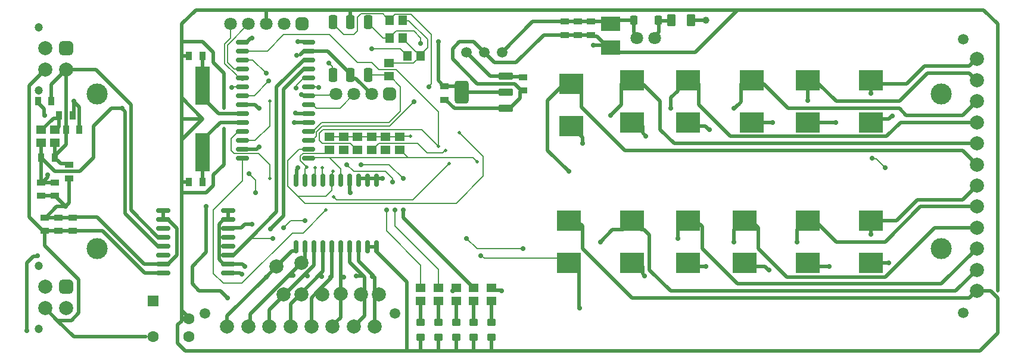
<source format=gtl>
G04*
G04 #@! TF.GenerationSoftware,Altium Limited,Altium Designer,22.11.1 (43)*
G04*
G04 Layer_Physical_Order=1*
G04 Layer_Color=255*
%FSLAX44Y44*%
%MOMM*%
G71*
G04*
G04 #@! TF.SameCoordinates,DD534F31-E0F6-4E29-A9B1-9AC83580A68C*
G04*
G04*
G04 #@! TF.FilePolarity,Positive*
G04*
G01*
G75*
%ADD10C,0.2000*%
%ADD15C,0.5000*%
%ADD17R,1.3500X1.1500*%
%ADD18C,2.0000*%
G04:AMPARAMS|DCode=19|XSize=0.6mm|YSize=1.9mm|CornerRadius=0.15mm|HoleSize=0mm|Usage=FLASHONLY|Rotation=180.000|XOffset=0mm|YOffset=0mm|HoleType=Round|Shape=RoundedRectangle|*
%AMROUNDEDRECTD19*
21,1,0.6000,1.6000,0,0,180.0*
21,1,0.3000,1.9000,0,0,180.0*
1,1,0.3000,-0.1500,0.8000*
1,1,0.3000,0.1500,0.8000*
1,1,0.3000,0.1500,-0.8000*
1,1,0.3000,-0.1500,-0.8000*
%
%ADD19ROUNDEDRECTD19*%
G04:AMPARAMS|DCode=20|XSize=2mm|YSize=1.2mm|CornerRadius=0.3mm|HoleSize=0mm|Usage=FLASHONLY|Rotation=90.000|XOffset=0mm|YOffset=0mm|HoleType=Round|Shape=RoundedRectangle|*
%AMROUNDEDRECTD20*
21,1,2.0000,0.6000,0,0,90.0*
21,1,1.4000,1.2000,0,0,90.0*
1,1,0.6000,0.3000,0.7000*
1,1,0.6000,0.3000,-0.7000*
1,1,0.6000,-0.3000,-0.7000*
1,1,0.6000,-0.3000,0.7000*
%
%ADD20ROUNDEDRECTD20*%
%ADD21R,1.1500X1.3500*%
G04:AMPARAMS|DCode=22|XSize=0.6mm|YSize=2mm|CornerRadius=0.15mm|HoleSize=0mm|Usage=FLASHONLY|Rotation=270.000|XOffset=0mm|YOffset=0mm|HoleType=Round|Shape=RoundedRectangle|*
%AMROUNDEDRECTD22*
21,1,0.6000,1.7000,0,0,270.0*
21,1,0.3000,2.0000,0,0,270.0*
1,1,0.3000,-0.8500,-0.1500*
1,1,0.3000,-0.8500,0.1500*
1,1,0.3000,0.8500,0.1500*
1,1,0.3000,0.8500,-0.1500*
%
%ADD22ROUNDEDRECTD22*%
G04:AMPARAMS|DCode=23|XSize=0.6mm|YSize=1.85mm|CornerRadius=0.15mm|HoleSize=0mm|Usage=FLASHONLY|Rotation=90.000|XOffset=0mm|YOffset=0mm|HoleType=Round|Shape=RoundedRectangle|*
%AMROUNDEDRECTD23*
21,1,0.6000,1.5500,0,0,90.0*
21,1,0.3000,1.8500,0,0,90.0*
1,1,0.3000,0.7750,0.1500*
1,1,0.3000,0.7750,-0.1500*
1,1,0.3000,-0.7750,-0.1500*
1,1,0.3000,-0.7750,0.1500*
%
%ADD23ROUNDEDRECTD23*%
%ADD24R,3.5000X3.0000*%
%ADD25R,0.9000X1.3000*%
%ADD26R,1.3000X0.9000*%
%ADD27R,2.0000X5.5000*%
%ADD28R,2.8000X2.0000*%
G04:AMPARAMS|DCode=29|XSize=1.3mm|YSize=1.1mm|CornerRadius=0.275mm|HoleSize=0mm|Usage=FLASHONLY|Rotation=90.000|XOffset=0mm|YOffset=0mm|HoleType=Round|Shape=RoundedRectangle|*
%AMROUNDEDRECTD29*
21,1,1.3000,0.5500,0,0,90.0*
21,1,0.7500,1.1000,0,0,90.0*
1,1,0.5500,0.2750,0.3750*
1,1,0.5500,0.2750,-0.3750*
1,1,0.5500,-0.2750,-0.3750*
1,1,0.5500,-0.2750,0.3750*
%
%ADD29ROUNDEDRECTD29*%
G04:AMPARAMS|DCode=30|XSize=1mm|YSize=2.1mm|CornerRadius=0.25mm|HoleSize=0mm|Usage=FLASHONLY|Rotation=270.000|XOffset=0mm|YOffset=0mm|HoleType=Round|Shape=RoundedRectangle|*
%AMROUNDEDRECTD30*
21,1,1.0000,1.6000,0,0,270.0*
21,1,0.5000,2.1000,0,0,270.0*
1,1,0.5000,-0.8000,-0.2500*
1,1,0.5000,-0.8000,0.2500*
1,1,0.5000,0.8000,0.2500*
1,1,0.5000,0.8000,-0.2500*
%
%ADD30ROUNDEDRECTD30*%
G04:AMPARAMS|DCode=31|XSize=3.3mm|YSize=2.1mm|CornerRadius=0.525mm|HoleSize=0mm|Usage=FLASHONLY|Rotation=270.000|XOffset=0mm|YOffset=0mm|HoleType=Round|Shape=RoundedRectangle|*
%AMROUNDEDRECTD31*
21,1,3.3000,1.0500,0,0,270.0*
21,1,2.2500,2.1000,0,0,270.0*
1,1,1.0500,-0.5250,-1.1250*
1,1,1.0500,-0.5250,1.1250*
1,1,1.0500,0.5250,1.1250*
1,1,1.0500,0.5250,-1.1250*
%
%ADD31ROUNDEDRECTD31*%
G04:AMPARAMS|DCode=32|XSize=1.75mm|YSize=1.25mm|CornerRadius=0.3125mm|HoleSize=0mm|Usage=FLASHONLY|Rotation=270.000|XOffset=0mm|YOffset=0mm|HoleType=Round|Shape=RoundedRectangle|*
%AMROUNDEDRECTD32*
21,1,1.7500,0.6250,0,0,270.0*
21,1,1.1250,1.2500,0,0,270.0*
1,1,0.6250,-0.3125,-0.5625*
1,1,0.6250,-0.3125,0.5625*
1,1,0.6250,0.3125,0.5625*
1,1,0.6250,0.3125,-0.5625*
%
%ADD32ROUNDEDRECTD32*%
G04:AMPARAMS|DCode=33|XSize=1.2mm|YSize=1.1mm|CornerRadius=0.275mm|HoleSize=0mm|Usage=FLASHONLY|Rotation=180.000|XOffset=0mm|YOffset=0mm|HoleType=Round|Shape=RoundedRectangle|*
%AMROUNDEDRECTD33*
21,1,1.2000,0.5500,0,0,180.0*
21,1,0.6500,1.1000,0,0,180.0*
1,1,0.5500,-0.3250,0.2750*
1,1,0.5500,0.3250,0.2750*
1,1,0.5500,0.3250,-0.2750*
1,1,0.5500,-0.3250,-0.2750*
%
%ADD33ROUNDEDRECTD33*%
%ADD59C,1.6000*%
%ADD60R,1.6000X1.6000*%
%ADD61C,1.8000*%
G04:AMPARAMS|DCode=62|XSize=1.8mm|YSize=1.8mm|CornerRadius=0.45mm|HoleSize=0mm|Usage=FLASHONLY|Rotation=270.000|XOffset=0mm|YOffset=0mm|HoleType=Round|Shape=RoundedRectangle|*
%AMROUNDEDRECTD62*
21,1,1.8000,0.9000,0,0,270.0*
21,1,0.9000,1.8000,0,0,270.0*
1,1,0.9000,-0.4500,-0.4500*
1,1,0.9000,-0.4500,0.4500*
1,1,0.9000,0.4500,0.4500*
1,1,0.9000,0.4500,-0.4500*
%
%ADD62ROUNDEDRECTD62*%
%ADD63C,1.2000*%
G04:AMPARAMS|DCode=64|XSize=2mm|YSize=2mm|CornerRadius=0.5mm|HoleSize=0mm|Usage=FLASHONLY|Rotation=180.000|XOffset=0mm|YOffset=0mm|HoleType=Round|Shape=RoundedRectangle|*
%AMROUNDEDRECTD64*
21,1,2.0000,1.0000,0,0,180.0*
21,1,1.0000,2.0000,0,0,180.0*
1,1,1.0000,-0.5000,0.5000*
1,1,1.0000,0.5000,0.5000*
1,1,1.0000,0.5000,-0.5000*
1,1,1.0000,-0.5000,-0.5000*
%
%ADD64ROUNDEDRECTD64*%
%ADD65C,3.0000*%
%ADD66C,1.5000*%
%ADD67C,0.7000*%
%ADD68C,0.5000*%
%ADD69C,1.0000*%
D10*
X618680Y94250D02*
X620000D01*
X615000Y90570D02*
X618680Y94250D01*
X529904Y245096D02*
Y250096D01*
X519500Y260500D02*
X529904Y250096D01*
Y245096D02*
X530000Y245000D01*
X474500Y260500D02*
X519500D01*
X465000Y270000D02*
X474500Y260500D01*
X525000Y270000D02*
X545000Y250000D01*
X485000Y270000D02*
X525000D01*
X444115Y398385D02*
Y409328D01*
X439222Y414222D02*
X444115Y409328D01*
Y398385D02*
X445000Y397500D01*
X480000Y415000D02*
X500000D01*
X510000Y405000D02*
X535000D01*
X500000Y415000D02*
X510000Y405000D01*
X440000Y455000D02*
X480000Y415000D01*
X375000Y455000D02*
X440000D01*
X1212650Y278043D02*
X1216957D01*
X1211694Y279000D02*
X1212650Y278043D01*
X1216957D02*
X1230000Y265000D01*
X655000Y140000D02*
X656353D01*
X659853Y136500D01*
X635000Y165000D02*
X650000Y150000D01*
X715000D01*
X421328Y309949D02*
Y316328D01*
X430000Y325000D01*
X415979Y304600D02*
X421328Y309949D01*
X410000Y304600D02*
X415979D01*
X430000Y325000D02*
X525657D01*
X469750Y300000D02*
X479000Y290750D01*
X480000D01*
X430000Y300000D02*
X469750D01*
X425328Y304672D02*
Y314672D01*
Y304672D02*
X430000Y300000D01*
X425328Y314672D02*
X430657Y320000D01*
X571000D01*
X595000Y296000D01*
X550000Y390000D02*
X550000D01*
X595000Y345000D01*
X535000Y405000D02*
X550000Y390000D01*
X595000Y296000D02*
Y345000D01*
X460000Y288500D02*
Y290750D01*
X526117Y476367D02*
X533500Y483750D01*
X327550Y165000D02*
X360000D01*
X310521Y393500D02*
X316035D01*
X400437Y369050D02*
X448650D01*
X399910Y369578D02*
X400437Y369050D01*
X544578Y474672D02*
X553000D01*
X579500Y436250D02*
Y448172D01*
X544250Y475000D02*
X544578Y474672D01*
X569250Y426000D02*
X579500Y436250D01*
X553000Y474672D02*
X579500Y448172D01*
X581021Y380464D02*
X585000Y384444D01*
X556250Y483750D02*
X585000Y455000D01*
Y384444D02*
Y455000D01*
X275000Y115000D02*
Y205000D01*
X316500Y246500D01*
X570000Y94250D02*
Y126824D01*
X521000Y175823D02*
Y205000D01*
X533000Y182323D02*
Y205000D01*
Y182323D02*
X595000Y120323D01*
X521000Y175823D02*
X570000Y126824D01*
X595000Y94250D02*
Y120323D01*
X387500Y172500D02*
X402500D01*
X435000Y205000D01*
X385000Y190000D02*
X405000D01*
X773500Y136500D02*
X780000Y130000D01*
X659853Y136500D02*
X773500D01*
X620000Y215000D02*
X658500Y253500D01*
X405000Y215000D02*
X620000D01*
X446010Y223990D02*
X450000Y220000D01*
X559000D01*
X610000Y271000D01*
X395000Y225000D02*
X405000Y215000D01*
X395000Y225000D02*
X435000D01*
X380500Y239500D02*
X395000Y225000D01*
X435000D02*
X443650Y233650D01*
X440000Y280000D02*
X456350Y263650D01*
X533500Y483750D02*
X556250D01*
X500000Y435000D02*
X540750D01*
X534750Y460000D02*
X560000D01*
X525750Y451000D02*
X534750Y460000D01*
X560000D02*
X570000Y450000D01*
X440000Y280000D02*
X551750D01*
X541000Y290750D02*
X551750Y280000D01*
X410800D02*
X440000D01*
X510250Y300000D02*
X565000D01*
X551750Y280000D02*
X644000D01*
X625000Y315000D02*
X658500Y281500D01*
X644000Y280000D02*
X650000Y274000D01*
X658500Y253500D02*
Y281500D01*
X419941Y249191D02*
Y257170D01*
X443650Y247500D02*
X444426Y248276D01*
X443650Y233650D02*
Y247500D01*
X444426Y259426D02*
X445000Y260000D01*
X444426Y248276D02*
Y259426D01*
X430000Y248450D02*
X430950Y247500D01*
X430000Y248450D02*
Y265000D01*
X418250Y247500D02*
X419941Y249191D01*
X456350Y247500D02*
Y263650D01*
X355000Y250000D02*
Y270000D01*
X405414Y247636D02*
Y263899D01*
X380500Y239500D02*
Y275500D01*
X419943Y264940D02*
X420001Y264999D01*
X334600Y304600D02*
X355000Y325000D01*
X410000Y317300D02*
X416250D01*
X396900Y291900D02*
X410000D01*
X339500Y285500D02*
X355000Y270000D01*
X316500Y418900D02*
X331100D01*
X316500Y431600D02*
X351600D01*
X331100Y418900D02*
X350000Y400000D01*
X300000Y307050D02*
X310250Y317300D01*
X300000Y290000D02*
X304500Y285500D01*
X339500D01*
X300000Y290000D02*
Y307050D01*
X310250Y317300D02*
X316500D01*
Y304600D02*
X334600D01*
X410000Y355400D02*
X416250D01*
X333404Y368100D02*
X353985Y388681D01*
X403750Y393500D02*
X410000D01*
X295000Y415657D02*
Y440000D01*
X308559Y395462D02*
X310521Y393500D01*
X308559Y395462D02*
Y396441D01*
X299600Y450257D02*
Y470000D01*
X295000Y440000D02*
X325000Y470000D01*
X291000Y441657D02*
X299600Y450257D01*
X295000Y415657D02*
X304457Y406200D01*
X291000Y414000D02*
X308559Y396441D01*
X304457Y406200D02*
X316500D01*
X410000Y279200D02*
X410800Y280000D01*
X419941Y257170D02*
X419943Y257172D01*
Y264940D01*
X301400Y380400D02*
X316100D01*
X301000Y380000D02*
X301400Y380400D01*
X316100D02*
X316500Y380800D01*
X291000Y414000D02*
Y441657D01*
X355000Y325000D02*
Y360000D01*
X405414Y263899D02*
X407571Y266056D01*
Y266571D01*
X398750Y275392D02*
X407571Y266571D01*
X380500Y275500D02*
X396900Y291900D01*
X398750Y275392D02*
Y282150D01*
X402600Y286000D01*
X393208Y382958D02*
X403750Y393500D01*
X316500Y368100D02*
X333404D01*
X351600Y431600D02*
X375000Y455000D01*
X410000Y380800D02*
X410400Y380400D01*
X335000Y230000D02*
Y247556D01*
X326000Y256556D02*
X335000Y247556D01*
X316500Y246500D02*
Y279200D01*
X540800Y345800D02*
Y380950D01*
X526000Y395750D02*
X540800Y380950D01*
X540000Y309250D02*
X540750Y310000D01*
X520000Y290750D02*
X520000Y290750D01*
X520000Y309250D02*
X540000D01*
X520000Y290000D02*
Y290750D01*
X604222Y290000D02*
X605000D01*
X578500Y286500D02*
X600722D01*
X540750Y310000D02*
X555000D01*
X525657Y325000D02*
X560000Y359343D01*
X525000Y330000D02*
X540800Y345800D01*
X565000Y300000D02*
X578500Y286500D01*
X600722D02*
X604222Y290000D01*
X570000Y442091D02*
Y450000D01*
X525000Y414250D02*
X559500D01*
X569250Y424000D01*
X564500Y430750D02*
X569250Y426000D01*
X562500Y430750D02*
X564500D01*
X544250Y449000D02*
X562500Y430750D01*
X525750Y450000D02*
Y451000D01*
X516000Y450000D02*
X525750D01*
X545000Y430750D02*
X546000D01*
X550750Y425000D02*
Y426000D01*
X546000Y430750D02*
X550750Y426000D01*
X540750Y435000D02*
X545000Y430750D01*
X544250Y449000D02*
Y450000D01*
X485000Y484500D02*
X516250D01*
X480000Y479500D02*
X485000Y484500D01*
X480000Y460000D02*
Y479500D01*
X445000Y469582D02*
Y472500D01*
X460000Y455000D02*
X475000D01*
X495000Y471000D02*
Y472500D01*
X450993Y464007D02*
X460000Y455000D01*
X475000D02*
X480000Y460000D01*
X416250Y317300D02*
X428950Y330000D01*
X402600Y286000D02*
X435250D01*
X416250Y355400D02*
X421650Y350000D01*
X410400Y380400D02*
X424600D01*
X425000Y380000D01*
X448650Y369050D02*
X449600Y370000D01*
X421650Y350000D02*
X455000D01*
X475000Y370000D01*
X516250Y484500D02*
X520000Y480750D01*
X521000D01*
X525750Y476000D01*
X480000Y309250D02*
X500000D01*
X520000D01*
X428950Y330000D02*
X525000D01*
X500000Y290750D02*
X501000D01*
X510250Y300000D01*
X460000Y309250D02*
X480000D01*
X435250Y286000D02*
X440000Y290750D01*
Y309250D02*
X460000D01*
X495000Y397500D02*
X523250D01*
X495000Y471000D02*
X516000Y450000D01*
X275000Y115000D02*
X289172Y100828D01*
X315828D01*
X387500Y172500D01*
X375000Y180000D02*
X385000Y190000D01*
D15*
X481750Y132392D02*
X502571Y111571D01*
X504640Y39370D02*
Y109502D01*
X501383Y110383D02*
X502571Y111571D01*
X365000Y125000D02*
X386561Y146561D01*
X350000Y110000D02*
X365000Y125000D01*
X294640Y54640D02*
X350000Y110000D01*
X210500Y128250D02*
X223000Y140750D01*
X203500Y128250D02*
X210500D01*
X223000Y140750D02*
Y179250D01*
X210500Y191750D02*
X223000Y179250D01*
X203500Y191750D02*
X210500D01*
X203500D02*
Y204450D01*
X470000Y396271D02*
Y397500D01*
X477591Y392809D02*
X500400Y370000D01*
X473462Y392809D02*
X477591D01*
X470000Y396271D02*
X473462Y392809D01*
X470000Y397500D02*
Y399000D01*
X285000Y90000D02*
X295000Y80000D01*
X245000Y100000D02*
X255000Y90000D01*
X285000D01*
X240000Y50400D02*
Y52320D01*
X230000Y62320D02*
X240000Y52320D01*
X230000Y230000D02*
X265000D01*
X275000Y240000D01*
Y255000D01*
X290000Y270000D01*
Y321262D01*
X230000Y305000D02*
Y335000D01*
Y365000D02*
X260000Y335000D01*
X230000Y440000D02*
X230500Y439500D01*
X230000Y445000D02*
X260000D01*
X275000Y430000D01*
Y415000D02*
Y430000D01*
Y415000D02*
X290000Y400000D01*
Y350000D02*
Y400000D01*
X1020000Y490000D02*
X1370000D01*
X1390000Y470000D01*
X1390000Y90000D02*
X1390000Y470000D01*
X230000Y47040D02*
Y230000D01*
Y335000D02*
Y365000D01*
Y425000D02*
Y440000D01*
Y425000D02*
Y445000D01*
Y230000D02*
Y245000D01*
Y365000D02*
Y425000D01*
Y445000D02*
Y470000D01*
X10000Y130000D02*
X19617Y139617D01*
X24617D01*
X10000Y35000D02*
Y130000D01*
X24617Y139617D02*
X25000Y140000D01*
X34896Y340104D02*
Y349104D01*
Y340104D02*
X35278Y339722D01*
X66000Y298500D02*
Y405290D01*
X955000Y475000D02*
X975000D01*
X1210000Y184920D02*
Y190000D01*
Y171000D02*
Y184920D01*
X1125000Y125000D02*
X1150000D01*
X1120000Y130000D02*
X1125000Y125000D01*
X1105000Y160000D02*
Y177500D01*
X1117500Y190000D02*
X1120000D01*
X1105000Y177500D02*
X1117500Y190000D01*
X888275Y111158D02*
Y111699D01*
X885000Y114973D02*
X888275Y111699D01*
X870000Y130000D02*
X880000D01*
X885000Y125000D01*
Y114973D02*
Y125000D01*
X795000Y65765D02*
X795383Y65383D01*
X795000Y65765D02*
Y117500D01*
X857500Y177500D02*
X870000Y190000D01*
X842500Y177500D02*
X857500D01*
X825000Y160000D02*
X842500Y177500D01*
X105000Y325000D02*
X130000Y350000D01*
X105000Y280000D02*
Y325000D01*
X130000Y350000D02*
X145000D01*
X925000Y90000D02*
X1330000D01*
X895000Y120000D02*
X925000Y90000D01*
X895000Y120000D02*
Y170000D01*
X870000Y190000D02*
X882500Y177500D01*
X887500D01*
X895000Y170000D01*
X967071Y184920D02*
X970000Y181991D01*
X954507Y184920D02*
X967071D01*
X970000Y150000D02*
Y181991D01*
Y150000D02*
X1020000Y100000D01*
X1310000D01*
X1090000Y110000D02*
X1230000D01*
X1300000Y180000D01*
X1050000Y150000D02*
X1090000Y110000D01*
X947500Y190000D02*
X950000D01*
X780000Y130000D02*
X782500D01*
X795000Y117500D01*
X1330000Y90000D02*
X1360000Y120000D01*
X670000Y5000D02*
X1365000D01*
X645000D02*
X670000D01*
X239500Y425000D02*
X240000Y424500D01*
X239500Y245000D02*
X240000Y245500D01*
X620000Y5000D02*
X645000D01*
X595000D02*
X620000D01*
X570000D02*
X595000D01*
X550000D02*
X570000D01*
X235000D02*
X550000D01*
X224500Y15500D02*
X235000Y5000D01*
X1365000D02*
X1390000Y30000D01*
X670000Y5000D02*
Y24500D01*
X224500Y41540D02*
X230000Y47040D01*
X550000Y5000D02*
Y103150D01*
X224500Y15500D02*
Y41540D01*
X53500Y48170D02*
X77070Y24600D01*
X36000Y65670D02*
X53500Y48170D01*
X77070Y24600D02*
X179200D01*
X414640Y80210D02*
X421800Y87370D01*
X442887Y108457D01*
X832500Y440000D02*
X836500D01*
X815000D02*
X832500D01*
X819910Y452590D02*
X832500Y440000D01*
X836500D02*
X840000Y436500D01*
X327550Y165000D02*
X365000Y202450D01*
X303500Y140950D02*
X306275Y143725D01*
X327550Y165000D01*
X365000Y202450D02*
Y380150D01*
X296500Y140950D02*
X303500D01*
X314550Y179550D02*
X320000Y185000D01*
X330000D01*
X297000Y179550D02*
X314550D01*
X296500Y128250D02*
X316209D01*
X283000Y185250D02*
X289500Y191750D01*
X296500Y179050D02*
X297000Y179550D01*
X283000Y134750D02*
X289500Y128250D01*
X296500D01*
X283000Y134750D02*
Y185250D01*
X296500Y115550D02*
X313259D01*
X319459Y125000D02*
X320000D01*
X316209Y128250D02*
X319459Y125000D01*
X296500Y191750D02*
Y204450D01*
X289500Y191750D02*
X296500D01*
X230000Y245000D02*
X239500D01*
X245000Y125000D02*
X265000Y145000D01*
X314917Y113893D02*
X315458D01*
X265000Y145000D02*
Y210000D01*
X313259Y115550D02*
X314917Y113893D01*
X370865Y79135D02*
X418250Y126519D01*
X381911Y111530D02*
X405550Y135169D01*
X394040Y80960D02*
X430950Y117870D01*
X645000Y45500D02*
Y75750D01*
Y5000D02*
Y24500D01*
X620000Y45500D02*
Y75750D01*
Y5000D02*
Y24500D01*
X430950Y117870D02*
Y152500D01*
X443650Y109924D02*
Y152500D01*
X429437Y110563D02*
X429820Y110946D01*
X418250Y126519D02*
Y152500D01*
X456350Y86110D02*
Y152500D01*
X384640Y71560D02*
X394040Y80960D01*
X570000Y45500D02*
Y75750D01*
Y5000D02*
Y24500D01*
X545000Y205000D02*
X545250Y204750D01*
X507150Y146000D02*
X550000Y103150D01*
X545250Y194000D02*
Y204750D01*
Y194000D02*
X640750Y98500D01*
X595000Y5000D02*
Y24500D01*
Y45500D02*
Y75750D01*
X670000Y45500D02*
Y75750D01*
Y94250D02*
X673250Y91000D01*
X494450Y152500D02*
X507150D01*
X469050Y130950D02*
Y152500D01*
Y130950D02*
X490000Y110000D01*
X507150Y146000D02*
Y152500D01*
X481750Y132392D02*
Y152500D01*
X477917Y111056D02*
X488944D01*
X392500Y146711D02*
Y152500D01*
X392350Y146561D02*
X392500Y146711D01*
X405550Y135169D02*
Y152500D01*
X386561Y146561D02*
X392350D01*
X640750Y97500D02*
Y98500D01*
X644000Y94250D02*
X645000D01*
X640750Y97500D02*
X644000Y94250D01*
X474640Y39370D02*
X490000Y54730D01*
Y110000D01*
X456350Y52409D02*
Y86110D01*
X444640Y40699D02*
X456350Y52409D01*
X444640Y39370D02*
Y40699D01*
X414640Y39370D02*
Y80210D01*
X935000Y165000D02*
Y177500D01*
X947500Y190000D01*
X1015000Y177500D02*
X1027500Y190000D01*
X1040000D01*
X1015000Y160000D02*
Y177500D01*
X1040000Y190000D02*
X1050000Y180000D01*
X785000Y185000D02*
X797071D01*
X780000Y190000D02*
X785000Y185000D01*
X800000Y150000D02*
Y182071D01*
X797071Y185000D02*
X800000Y182071D01*
X683459Y91000D02*
X684459Y90000D01*
X673250Y91000D02*
X683459D01*
X684459Y90000D02*
X685000D01*
X800000Y150000D02*
X870000Y80000D01*
X955000Y125000D02*
X975000D01*
X950000Y130000D02*
X955000Y125000D01*
X1050000Y150000D02*
Y180000D01*
X1035000Y125000D02*
X1058902D01*
X1064181Y119722D01*
X1064722D01*
X1030000Y130000D02*
X1035000Y125000D01*
X375000Y196894D02*
Y377450D01*
X250000Y490000D02*
X350000D01*
X470000Y230000D02*
Y230541D01*
X469050Y231491D02*
X470000Y230541D01*
X469050Y231491D02*
Y247500D01*
X350000Y490000D02*
X470000D01*
X1020000D01*
X800000Y300000D02*
Y308403D01*
X798483Y351517D02*
X860000Y290000D01*
X750000Y290000D02*
Y361437D01*
X783483Y324920D02*
X800000Y308403D01*
X750000Y290000D02*
X780000Y260000D01*
X634600Y430000D02*
X668820Y395780D01*
X627890Y372780D02*
X690890D01*
X617740Y349780D02*
X690890D01*
X650000Y385000D02*
X703500D01*
X625000Y445000D02*
X645000D01*
X615000Y420000D02*
X650000Y385000D01*
X645000Y445000D02*
X660000Y430000D01*
X507650Y250000D02*
X515000D01*
X507150Y249500D02*
X507650Y250000D01*
X506650D02*
X507150Y249500D01*
Y247500D02*
Y249500D01*
X392850Y247500D02*
X393350Y248000D01*
Y262809D01*
X481750Y247500D02*
Y249500D01*
X482250Y250000D02*
X493950D01*
X494450Y249500D01*
Y247500D02*
Y249500D01*
X494950Y250000D01*
X506650D01*
X481750Y249500D02*
X482250Y250000D01*
X846500Y430000D02*
X960000D01*
X1020000Y490000D01*
X907875Y474625D02*
X924625D01*
X336359Y291900D02*
X339459Y295000D01*
X334059Y355400D02*
X339459Y350000D01*
X392783Y342700D02*
X410000D01*
X390000Y330000D02*
X410000D01*
X339459Y295000D02*
X340000D01*
X339459Y350000D02*
X340000D01*
X328067Y449617D02*
X329617D01*
X330000Y450000D01*
X322750Y444300D02*
X328067Y449617D01*
X316500Y291900D02*
X336359D01*
X409650Y444650D02*
X410000Y444300D01*
X403750Y418900D02*
X410000D01*
X375000Y377450D02*
X403750Y406200D01*
X316500Y444300D02*
X322750D01*
X350000Y490000D02*
X350400Y489600D01*
Y470000D02*
Y489600D01*
X285000Y330000D02*
X316500D01*
X282300Y342700D02*
X316500D01*
X259500Y383000D02*
Y425000D01*
Y383000D02*
X260000Y382500D01*
Y272000D02*
Y287500D01*
X259500Y287000D02*
X260000Y287500D01*
X259500Y271500D02*
X260000Y272000D01*
Y365000D02*
Y382500D01*
Y287500D02*
Y305000D01*
X285000Y330000D01*
X260000Y365000D02*
X282300Y342700D01*
X259500Y271500D02*
Y287000D01*
X260000Y382500D02*
Y398000D01*
X393350Y262809D02*
X395000Y264459D01*
X391932Y343550D02*
X392783Y342700D01*
X395000Y264459D02*
Y265000D01*
X391391Y343550D02*
X391932D01*
X395000Y445000D02*
X395350Y444650D01*
X365000Y380150D02*
X403750Y418900D01*
X398290Y426140D02*
X403750Y431600D01*
X395350Y444650D02*
X409650D01*
X316500Y355400D02*
X334059D01*
X403750Y406200D02*
X410000D01*
X403750Y431600D02*
X410000D01*
X259500Y245000D02*
Y271500D01*
X252500Y264500D02*
X259500Y271500D01*
X230000Y335000D02*
X260000D01*
X230000Y305000D02*
X260000Y335000D01*
X230000Y425000D02*
X239500D01*
X230000Y245000D02*
Y305000D01*
Y470000D02*
X250000Y490000D01*
X599510Y383010D02*
Y385010D01*
Y383010D02*
X601510Y381010D01*
X595000Y389520D02*
X599510Y385010D01*
X615000Y435000D02*
X625000Y445000D01*
X615000Y420000D02*
Y435000D01*
X595000Y389520D02*
Y445000D01*
X605510Y362010D02*
X617740Y349780D01*
X627890Y372780D02*
Y373219D01*
X620099Y381010D02*
X627890Y373219D01*
X603510Y362010D02*
X605510D01*
X601510Y381010D02*
X620099D01*
X410000Y431600D02*
X437400D01*
X470000Y472500D02*
Y490000D01*
X437400Y431600D02*
X470000Y399000D01*
X774367Y454590D02*
X792993D01*
X774367Y473590D02*
X792993D01*
X691530Y395140D02*
X714360D01*
X675000Y415000D02*
X705000D01*
X668820Y395780D02*
X690890D01*
X660000Y430000D02*
X660000D01*
X714360Y395140D02*
X715000Y394500D01*
X717000D01*
X690890Y395780D02*
X691530Y395140D01*
X660000Y430000D02*
X675000Y415000D01*
X728990Y473590D02*
X774367D01*
X685400Y430000D02*
X728990Y473590D01*
X744590Y454590D02*
X774367D01*
X705000Y415000D02*
X744590Y454590D01*
X836410Y473590D02*
X840000Y470000D01*
X792993Y454590D02*
X811620D01*
Y473590D02*
X836410D01*
X811620Y454590D02*
X813620Y452590D01*
X840000Y470000D02*
X845000Y475000D01*
X813620Y452590D02*
X819910D01*
X792993Y473590D02*
X811620D01*
X902700Y450000D02*
Y453518D01*
X907875Y458693D01*
X877300Y450000D02*
Y453518D01*
X872500Y458318D02*
X877300Y453518D01*
X845000Y475000D02*
X872500D01*
X840000Y436500D02*
X846500Y430000D01*
X872500Y458318D02*
Y475000D01*
X907875Y458693D02*
Y474625D01*
X711000Y373500D02*
X713000Y375500D01*
X703500Y385000D02*
X713000Y375500D01*
X711000Y364390D02*
Y373500D01*
X773483Y384920D02*
X793483D01*
X750000Y361437D02*
X773483Y384920D01*
X713000Y375500D02*
X715000D01*
X793483Y384920D02*
X798483Y379920D01*
X696390Y349780D02*
X711000Y364390D01*
X690890Y349780D02*
X696390D01*
X798483Y351517D02*
Y379920D01*
X870000Y330000D02*
X880000D01*
X885000Y315541D02*
Y325000D01*
X878995Y394920D02*
X883995Y389920D01*
X840000Y340000D02*
X855000Y355000D01*
X860000Y390000D02*
X870000D01*
X855000Y355000D02*
Y385000D01*
X910000Y320000D02*
Y360000D01*
X855000Y385000D02*
X860000Y390000D01*
X868995Y394920D02*
X878995D01*
X885831Y384169D02*
X910000Y360000D01*
X880000Y330000D02*
X885000Y325000D01*
X294640Y39370D02*
Y54640D01*
X245000Y100000D02*
Y125000D01*
X354640Y39370D02*
Y62909D01*
X384640Y39370D02*
Y71560D01*
X324640Y39370D02*
X327251Y41981D01*
Y56870D01*
X388087Y111913D02*
X388794Y111206D01*
X388087Y111913D02*
X388087D01*
X381911Y111530D02*
X387704D01*
X388087Y111913D01*
X354640Y62909D02*
X370865Y79135D01*
X327251Y56870D02*
X381911Y111530D01*
X356553Y178447D02*
X375000Y196894D01*
X955000Y325000D02*
X974459D01*
X910000Y320000D02*
X930000Y300000D01*
X890000Y310000D02*
Y310541D01*
X950000Y330000D02*
X955000Y325000D01*
X885000Y315541D02*
X890000Y310541D01*
X1040000Y330000D02*
X1040000Y330000D01*
X1021464Y355556D02*
X1025000Y359092D01*
Y385000D01*
X1057071Y384920D02*
X1091991Y350000D01*
X1040000Y330000D02*
X1070000D01*
X1015000Y350000D02*
X1015541D01*
X979459Y320000D02*
X980000D01*
X965000Y355000D02*
X1010000Y310000D01*
X974459Y325000D02*
X979459Y320000D01*
X1015541Y350000D02*
X1021098Y355556D01*
X1021464D01*
X1030000Y390000D02*
X1040000D01*
X1025000Y385000D02*
X1030000Y390000D01*
X1040019Y384920D02*
X1057071D01*
X935000Y385000D02*
X940000Y390000D01*
X925000Y350000D02*
Y365000D01*
X935000Y375000D02*
Y385000D01*
X925000Y365000D02*
X935000Y375000D01*
X940000Y390000D02*
X960000D01*
X965000Y355000D02*
Y385000D01*
X960000Y390000D02*
X965000Y385000D01*
X1260000Y340000D02*
X1340000D01*
X1360000Y360000D01*
X1250000Y350000D02*
X1260000Y340000D01*
X1250000Y360000D02*
X1290000Y400000D01*
X1135531Y384920D02*
X1160451Y360000D01*
X1250000D01*
X1091991Y350000D02*
X1250000D01*
X75000Y340000D02*
X76617Y341617D01*
Y359617D01*
X77000Y360000D01*
X84500Y320000D02*
Y351959D01*
X77000Y359459D02*
X84500Y351959D01*
X32000Y244500D02*
X50000D01*
X30250Y244750D02*
X30500Y244500D01*
X30250Y279750D02*
X50000Y260000D01*
X39617Y254617D02*
X40000Y255000D01*
X30500Y244500D02*
X32000D01*
X39617Y252117D01*
Y254617D01*
X26000Y358000D02*
Y360000D01*
Y358000D02*
X34896Y349104D01*
X45000Y384290D02*
X66000Y405290D01*
X45000Y360000D02*
Y384290D01*
X157867Y204983D02*
X196500Y166350D01*
X107944Y405290D02*
X157867Y355367D01*
Y204983D02*
Y355367D01*
X70000Y215541D02*
Y250500D01*
X30000Y225500D02*
X49500D01*
X65000Y210000D01*
X30250Y279750D02*
Y279750D01*
Y244750D02*
Y279750D01*
X30000Y280000D02*
Y300750D01*
Y280000D02*
X30250Y279750D01*
X30250D02*
X30500Y280000D01*
X56000Y338000D02*
Y340000D01*
Y324250D02*
Y338000D01*
X51000Y319250D02*
X56000Y324250D01*
X50000Y319250D02*
X51000D01*
X31000D02*
X47750Y336000D01*
X54000D01*
X56000Y338000D01*
X30000Y319250D02*
X31000D01*
X65000Y210541D02*
X70000Y215541D01*
X65000Y210000D02*
Y210541D01*
X49500Y278000D02*
X51500Y276000D01*
X53500D01*
X58000Y271500D01*
X49500Y278000D02*
Y280000D01*
X58000Y271500D02*
X68000D01*
X70000Y269500D01*
X85000Y260000D02*
X105000Y280000D01*
X50000Y260000D02*
X85000D01*
X49750Y282250D02*
Y300500D01*
Y282250D02*
X66000Y298500D01*
X49500Y282000D02*
X49750Y282250D01*
X49500Y280000D02*
Y282000D01*
X49750Y300500D02*
X50000Y300750D01*
X150000Y200150D02*
X196500Y153650D01*
X145000Y350000D02*
X150000Y345000D01*
Y200150D02*
Y345000D01*
X196500Y153650D02*
X203500D01*
X66000Y405290D02*
X107944D01*
X196500Y166350D02*
X203500D01*
X203000Y165850D02*
X203500Y166350D01*
X34330Y95670D02*
X36000D01*
X33000Y175500D02*
X35000D01*
X13100Y195400D02*
X33000Y175500D01*
X13100Y195400D02*
Y382390D01*
X36000Y405290D01*
X53500Y48170D02*
X73249D01*
X83500Y58421D01*
Y105848D01*
X35000Y154348D02*
Y175500D01*
Y154348D02*
X83500Y105848D01*
X37000Y194500D02*
X55000D01*
X52500Y210000D02*
X65000D01*
X35000Y194500D02*
X37000D01*
X52500Y210000D01*
X55000Y194500D02*
X75000D01*
X75500Y195000D01*
X110000D01*
X176750Y128250D02*
X203500D01*
X110000Y195000D02*
X176750Y128250D01*
X177684Y115550D02*
X203500D01*
X117734Y175500D02*
X177684Y115550D01*
X75000Y175500D02*
X117734D01*
X55000D02*
X75000D01*
X35000D02*
X55000D01*
X1211043Y384920D02*
X1260778D01*
X1285858Y410000D01*
X1349571D01*
X1359571Y420000D01*
X1360000D01*
X1125531Y384920D02*
X1135531D01*
X1290000Y400000D02*
X1349571D01*
X1359571Y390000D02*
X1360000D01*
X1349571Y400000D02*
X1359571Y390000D01*
X1010000Y310000D02*
X1231730D01*
X1251730Y330000D01*
X1360000D01*
X930000Y300000D02*
X1360000D01*
X860000Y290000D02*
X1340000D01*
X1360000Y270000D01*
X1214920Y184920D02*
X1220000Y190000D01*
X1245858D01*
X1275858Y220000D01*
X1340000D01*
X1360000Y240000D01*
X1160451Y160000D02*
X1230000D01*
X1280000Y210000D01*
X1125531Y184920D02*
X1135531D01*
X1160451Y160000D01*
X1280000Y210000D02*
X1360000D01*
X1300000Y180000D02*
X1360000D01*
X1310000Y100000D02*
X1360000Y150000D01*
X870000Y80000D02*
X1349571D01*
X1359571Y90000D01*
X1390000Y30000D02*
Y80000D01*
X1359571Y90000D02*
X1380000D01*
X1390000Y80000D01*
X1210000Y130000D02*
X1210278Y130278D01*
X1234722D01*
X1120000Y361000D02*
Y390000D01*
X1160000Y330000D02*
X1160000Y330000D01*
X1120000Y330000D02*
X1160000D01*
X1210000D02*
X1215000Y335000D01*
X1235459D01*
X1239459Y339000D01*
X1240000D01*
X1210000Y371000D02*
Y390000D01*
X1211043Y184920D02*
X1214920D01*
D17*
X440000Y309250D02*
D03*
Y290750D02*
D03*
X460000Y309250D02*
D03*
Y290750D02*
D03*
X525000Y395750D02*
D03*
Y414250D02*
D03*
X595000Y94250D02*
D03*
Y75750D02*
D03*
X570000Y94250D02*
D03*
Y75750D02*
D03*
X480000Y290750D02*
D03*
Y309250D02*
D03*
X500000Y290750D02*
D03*
Y309250D02*
D03*
X520000Y290750D02*
D03*
Y309250D02*
D03*
X540000Y290750D02*
D03*
Y309250D02*
D03*
X30000Y300750D02*
D03*
Y319250D02*
D03*
X50000D02*
D03*
Y300750D02*
D03*
X670000Y94250D02*
D03*
Y75750D02*
D03*
X645000Y94250D02*
D03*
Y75750D02*
D03*
X620000D02*
D03*
Y94250D02*
D03*
D18*
X510000Y85000D02*
D03*
X485000D02*
D03*
X456350Y86110D02*
D03*
X430000Y85000D02*
D03*
X400000D02*
D03*
X375000D02*
D03*
X400000Y130000D02*
D03*
X365000Y125000D02*
D03*
X504640Y39370D02*
D03*
X474640D02*
D03*
X444640D02*
D03*
X414640D02*
D03*
X384640D02*
D03*
X354640D02*
D03*
X294640D02*
D03*
X324640D02*
D03*
X1360000Y420000D02*
D03*
Y390000D02*
D03*
Y360000D02*
D03*
Y330000D02*
D03*
Y300000D02*
D03*
Y270000D02*
D03*
Y240000D02*
D03*
Y210000D02*
D03*
Y180000D02*
D03*
Y150000D02*
D03*
Y90000D02*
D03*
Y120000D02*
D03*
X66000Y405290D02*
D03*
X36000D02*
D03*
Y435290D02*
D03*
Y95670D02*
D03*
X66000Y65670D02*
D03*
X36000D02*
D03*
D19*
X507150Y247500D02*
D03*
X494450D02*
D03*
X481750D02*
D03*
X469050D02*
D03*
X456350D02*
D03*
X443650D02*
D03*
X430950D02*
D03*
X418250D02*
D03*
X405550D02*
D03*
X392850D02*
D03*
X507150Y152500D02*
D03*
X494450D02*
D03*
X481750D02*
D03*
X469050D02*
D03*
X456350D02*
D03*
X443650D02*
D03*
X430950D02*
D03*
X418250D02*
D03*
X405550D02*
D03*
X392850D02*
D03*
D20*
X445000Y397500D02*
D03*
X470000D02*
D03*
X495000D02*
D03*
X445000Y472500D02*
D03*
X470000D02*
D03*
X495000D02*
D03*
D21*
X525750Y450000D02*
D03*
X544250D02*
D03*
X550750Y425000D02*
D03*
X569250D02*
D03*
X525750Y475000D02*
D03*
X544250D02*
D03*
D22*
X203500Y179050D02*
D03*
Y191750D02*
D03*
Y166350D02*
D03*
Y204450D02*
D03*
Y153650D02*
D03*
X296500Y204450D02*
D03*
Y191750D02*
D03*
Y153650D02*
D03*
Y140950D02*
D03*
Y179050D02*
D03*
Y166350D02*
D03*
X203500Y140950D02*
D03*
Y128250D02*
D03*
Y115550D02*
D03*
X296500Y128250D02*
D03*
Y115550D02*
D03*
D23*
X410000Y279200D02*
D03*
Y291900D02*
D03*
Y304600D02*
D03*
Y317300D02*
D03*
Y330000D02*
D03*
Y342700D02*
D03*
Y355400D02*
D03*
Y368100D02*
D03*
Y380800D02*
D03*
Y393500D02*
D03*
Y406200D02*
D03*
Y418900D02*
D03*
Y431600D02*
D03*
Y444300D02*
D03*
X316500Y279200D02*
D03*
Y291900D02*
D03*
Y304600D02*
D03*
Y317300D02*
D03*
Y330000D02*
D03*
Y342700D02*
D03*
Y355400D02*
D03*
Y368100D02*
D03*
Y380800D02*
D03*
Y393500D02*
D03*
Y406200D02*
D03*
Y418900D02*
D03*
Y431600D02*
D03*
Y444300D02*
D03*
D24*
X780000Y190000D02*
D03*
Y130000D02*
D03*
X870000D02*
D03*
Y190000D02*
D03*
X950000Y130000D02*
D03*
Y190000D02*
D03*
X1030000Y130000D02*
D03*
Y190000D02*
D03*
X1120000Y130000D02*
D03*
Y190000D02*
D03*
X1210000Y130000D02*
D03*
Y190000D02*
D03*
Y330000D02*
D03*
Y390000D02*
D03*
X1120000Y330000D02*
D03*
Y390000D02*
D03*
X1040000Y330000D02*
D03*
Y390000D02*
D03*
X950000Y330000D02*
D03*
Y390000D02*
D03*
X783483Y324920D02*
D03*
Y384920D02*
D03*
X870000Y330000D02*
D03*
Y390000D02*
D03*
D25*
X45000Y360000D02*
D03*
X26000D02*
D03*
X84500Y320000D02*
D03*
X65500D02*
D03*
X49500Y280000D02*
D03*
X30500D02*
D03*
X75000Y340000D02*
D03*
X56000D02*
D03*
X259500Y245000D02*
D03*
X240500D02*
D03*
X259500Y425000D02*
D03*
X240500D02*
D03*
D26*
X30000Y225500D02*
D03*
Y244500D02*
D03*
X50000Y225500D02*
D03*
Y244500D02*
D03*
X75000Y194500D02*
D03*
Y175500D02*
D03*
X55000Y194500D02*
D03*
Y175500D02*
D03*
X35000Y194500D02*
D03*
Y175500D02*
D03*
X70000Y250500D02*
D03*
Y269500D02*
D03*
X774367Y454590D02*
D03*
Y473590D02*
D03*
X792993Y454590D02*
D03*
Y473590D02*
D03*
X811620Y454590D02*
D03*
Y473590D02*
D03*
X603510Y381010D02*
D03*
Y362010D02*
D03*
X715000Y394500D02*
D03*
Y375500D02*
D03*
D27*
X260000Y287500D02*
D03*
Y382500D02*
D03*
D28*
X840000Y470000D02*
D03*
Y436500D02*
D03*
D29*
X872500Y475000D02*
D03*
X907500D02*
D03*
D30*
X690890Y349780D02*
D03*
Y395780D02*
D03*
Y372780D02*
D03*
D31*
X627890D02*
D03*
D32*
X954250Y475000D02*
D03*
X925750D02*
D03*
D33*
X670000Y24500D02*
D03*
Y45500D02*
D03*
X645000Y24500D02*
D03*
Y45500D02*
D03*
X570000D02*
D03*
Y24500D02*
D03*
X595000Y45500D02*
D03*
Y24500D02*
D03*
X620000Y45500D02*
D03*
Y24500D02*
D03*
D59*
X240000Y25000D02*
D03*
Y50400D02*
D03*
X189200Y25000D02*
D03*
D60*
Y75800D02*
D03*
D61*
X299600Y470000D02*
D03*
X325000D02*
D03*
X350400D02*
D03*
X375800D02*
D03*
X449600Y370000D02*
D03*
X475000D02*
D03*
X500400D02*
D03*
X902700Y450000D02*
D03*
X877300D02*
D03*
D62*
X401200Y470000D02*
D03*
X525800Y370000D02*
D03*
D63*
X26600Y375290D02*
D03*
Y465290D02*
D03*
Y125670D02*
D03*
Y35670D02*
D03*
D64*
X66000Y435290D02*
D03*
Y95670D02*
D03*
D65*
X1310000Y370000D02*
D03*
Y150000D02*
D03*
X110000Y370000D02*
D03*
Y150000D02*
D03*
D66*
X685400Y430000D02*
D03*
X634600D02*
D03*
X660000D02*
D03*
X263140Y58370D02*
D03*
X533140Y58370D02*
D03*
X1341000Y448500D02*
D03*
X1341000Y58500D02*
D03*
D67*
X501383Y110383D02*
D03*
X350000Y110000D02*
D03*
X615000Y90570D02*
D03*
X530000Y245000D02*
D03*
X320000Y125000D02*
D03*
X295000Y80000D02*
D03*
X10000Y33178D02*
D03*
X533000Y205000D02*
D03*
X485000Y270000D02*
D03*
X465000D02*
D03*
X439222Y414222D02*
D03*
X393677Y425629D02*
D03*
X515000Y250000D02*
D03*
X545000Y205000D02*
D03*
X25000Y140000D02*
D03*
X390000Y330000D02*
D03*
X340000Y350000D02*
D03*
X65000Y210000D02*
D03*
X40000Y255000D02*
D03*
X35278Y339722D02*
D03*
X145000Y350000D02*
D03*
X521000Y205000D02*
D03*
X685000Y90000D02*
D03*
X315458Y113893D02*
D03*
X356553Y178447D02*
D03*
X353985Y388681D02*
D03*
X429437Y110563D02*
D03*
X391391Y343550D02*
D03*
X545000Y250000D02*
D03*
X388087Y111913D02*
D03*
X405000Y190000D02*
D03*
X581021Y380464D02*
D03*
X540000Y290000D02*
D03*
X77000Y360000D02*
D03*
X500000Y290750D02*
D03*
X527931Y474554D02*
D03*
X560000Y359343D02*
D03*
X570000Y425000D02*
D03*
X815000Y440000D02*
D03*
X1211694Y279000D02*
D03*
X1230000Y265000D02*
D03*
X1210000Y171000D02*
D03*
X1150000Y125000D02*
D03*
X1105000Y160000D02*
D03*
X888275Y111158D02*
D03*
X795383Y65383D02*
D03*
X825000Y160000D02*
D03*
X655000Y140000D02*
D03*
X635000Y165000D02*
D03*
X595000Y445000D02*
D03*
X524125Y395222D02*
D03*
X360000Y165000D02*
D03*
X316500Y418900D02*
D03*
X316035Y392300D02*
D03*
X316500Y406200D02*
D03*
X301000Y380000D02*
D03*
X399910Y369578D02*
D03*
X330000Y185000D02*
D03*
Y450000D02*
D03*
X395000Y265000D02*
D03*
X375000Y180000D02*
D03*
X350000Y400000D02*
D03*
X500000Y435000D02*
D03*
X425000Y380000D02*
D03*
X340000Y295000D02*
D03*
X335000Y230000D02*
D03*
X326000Y256556D02*
D03*
X265000Y210000D02*
D03*
X470000Y230000D02*
D03*
X441420Y109924D02*
D03*
X460000Y110000D02*
D03*
X477917Y111056D02*
D03*
X408762Y111238D02*
D03*
X395000Y445000D02*
D03*
X392251Y379145D02*
D03*
X570000Y442091D02*
D03*
X925000Y350000D02*
D03*
X1015000D02*
D03*
X715000Y150000D02*
D03*
X800000Y300000D02*
D03*
X780000Y260000D02*
D03*
X1015000Y160000D02*
D03*
X980000Y320000D02*
D03*
X935000Y165000D02*
D03*
X890000Y310000D02*
D03*
X1070000Y330000D02*
D03*
X975000Y125000D02*
D03*
X840000Y340000D02*
D03*
X1064722Y119722D02*
D03*
X1234722Y130278D02*
D03*
X1120000Y361000D02*
D03*
X1160000Y330000D02*
D03*
X1240000Y339000D02*
D03*
X1210000Y371000D02*
D03*
D68*
X460000Y288500D02*
D03*
X445000Y260000D02*
D03*
X605000Y290000D02*
D03*
X435000Y205000D02*
D03*
X446010Y223990D02*
D03*
X595000Y296000D02*
D03*
X355000Y250000D02*
D03*
X407571Y266571D02*
D03*
X355000Y360000D02*
D03*
X555000Y310000D02*
D03*
X520000Y290000D02*
D03*
X430000Y265000D02*
D03*
X420000D02*
D03*
X625000Y315000D02*
D03*
X610000Y271000D02*
D03*
X650000Y274000D02*
D03*
D69*
X975000Y475000D02*
D03*
M02*

</source>
